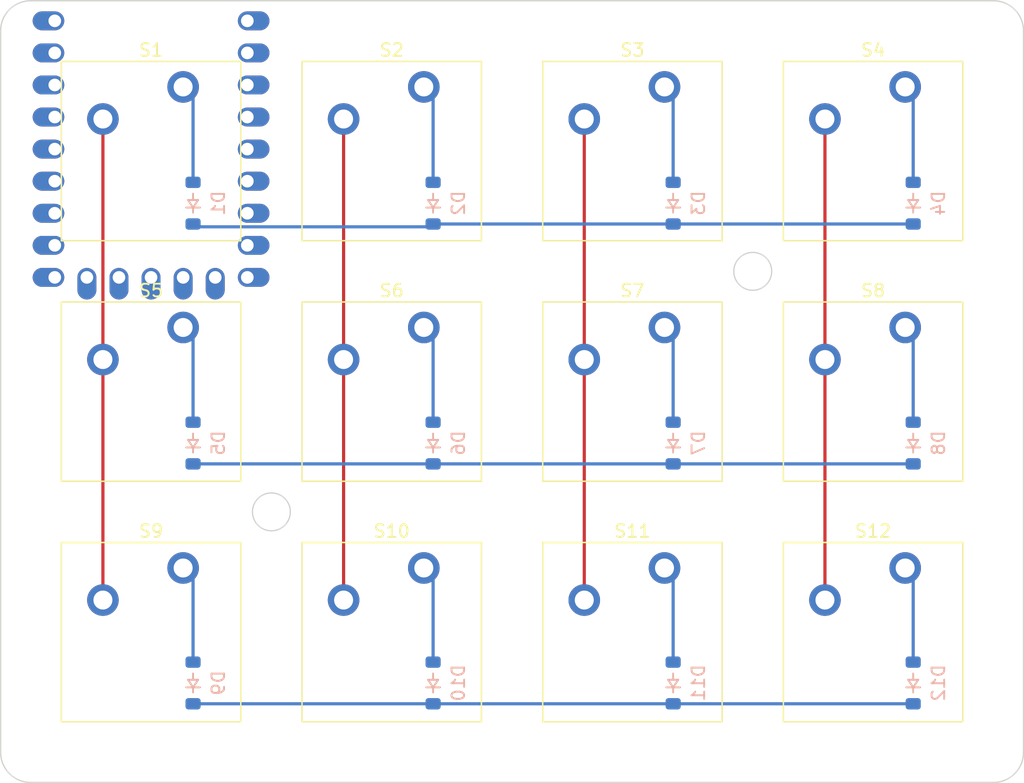
<source format=kicad_pcb>
(kicad_pcb (version 20221018) (generator pcbnew)
  (layers (0 "F.Cu" signal) (31 "B.Cu" signal) (34 "B.Paste" user) (35 "F.Paste" user) (36 "B.SilkS" user "B.Silkscreen") (37 "F.SilkS" user "F.Silkscreen") (38 "B.Mask" user) (39 "F.Mask" user) (44 "Edge.Cuts" user))
  (net 0 "")
  (net 1 "Row 0")
  (net 2 "Net-(D1-A)")
  (net 3 "Net-(D2-A)")
  (net 4 "Net-(D3-A)")
  (net 5 "Net-(D4-A)")
  (net 6 "Row 1")
  (net 7 "Net-(D6-A)")
  (net 8 "Net-(D7-A)")
  (net 23 "Net-(D8-A)")
  (net 24 "Net-(D9-A)")
  (net 25 "Row 2")
  (net 26 "Net-(D11-A)")
  (net 27 "Net-(D12-A)")
  (net 28 "Column 0")
  (net 29 "Column 1")
  (net 30 "Column 2")
  (net 31 "Column 3")
  (net 34 "Net-(D5-A)")
  (net 35 "Net-(D10-A)")
  (footprint "ScottoKeebs_MX:MX_PCB_1.00u" (layer "F.Cu") (at 69.215 49.53)
    (fp_text reference "S7" (at 0 -8) (layer "F.SilkS"))
    (fp_text value "Keyswitch")
    (fp_line (start -7.1 -7.1) (end -7.1 7.1) (stroke (width 0.12)) (layer "F.SilkS"))
    (fp_line (start -7.1 7.1) (end 7.1 7.1) (stroke (width 0.12)) (layer "F.SilkS"))
    (fp_line (start 7.1 -7.1) (end -7.1 -7.1) (stroke (width 0.12)) (layer "F.SilkS"))
    (fp_line (start 7.1 7.1) (end 7.1 -7.1) (stroke (width 0.12)) (layer "F.SilkS"))
    (pad "" np_thru_hole circle (at -5.08 0) (size 1.75 1.75) (drill 1.75) (layers "*.Cu" "*.Mask"))
    (pad "" np_thru_hole circle (at 0 0) (size 4 4) (drill 4) (layers "*.Cu" "*.Mask"))
    (pad "" np_thru_hole circle (at 5.08 0) (size 1.75 1.75) (drill 1.75) (layers "*.Cu" "*.Mask"))
    (pad "1" thru_hole circle (at -3.81 -2.54) (size 2.5 2.5) (drill 1.5) (layers "*.Cu" "*.Mask") (net 30 "Column 2"))
    (pad "2" thru_hole circle (at 2.54 -5.08) (size 2.5 2.5) (drill 1.5) (layers "*.Cu" "*.Mask") (net 8 "Net-(D7-A)"))
  )
  (footprint "ScottoKeebs_MX:MX_PCB_1.00u" (layer "F.Cu") (at 69.215 68.58)
    (fp_text reference "S11" (at 0 -8) (layer "F.SilkS"))
    (fp_text value "Keyswitch")
    (fp_line (start -7.1 -7.1) (end -7.1 7.1) (stroke (width 0.12)) (layer "F.SilkS"))
    (fp_line (start -7.1 7.1) (end 7.1 7.1) (stroke (width 0.12)) (layer "F.SilkS"))
    (fp_line (start 7.1 -7.1) (end -7.1 -7.1) (stroke (width 0.12)) (layer "F.SilkS"))
    (fp_line (start 7.1 7.1) (end 7.1 -7.1) (stroke (width 0.12)) (layer "F.SilkS"))
    (pad "" np_thru_hole circle (at -5.08 0) (size 1.75 1.75) (drill 1.75) (layers "*.Cu" "*.Mask"))
    (pad "" np_thru_hole circle (at 0 0) (size 4 4) (drill 4) (layers "*.Cu" "*.Mask"))
    (pad "" np_thru_hole circle (at 5.08 0) (size 1.75 1.75) (drill 1.75) (layers "*.Cu" "*.Mask"))
    (pad "1" thru_hole circle (at -3.81 -2.54) (size 2.5 2.5) (drill 1.5) (layers "*.Cu" "*.Mask") (net 30 "Column 2"))
    (pad "2" thru_hole circle (at 2.54 -5.08) (size 2.5 2.5) (drill 1.5) (layers "*.Cu" "*.Mask") (net 26 "Net-(D11-A)"))
  )
  (footprint "ScottoKeebs_MX:MX_PCB_1.00u" (layer "F.Cu") (at 50.165 68.58)
    (fp_text reference "S10" (at 0 -8) (layer "F.SilkS"))
    (fp_text value "Keyswitch")
    (fp_line (start -7.1 -7.1) (end -7.1 7.1) (stroke (width 0.12)) (layer "F.SilkS"))
    (fp_line (start -7.1 7.1) (end 7.1 7.1) (stroke (width 0.12)) (layer "F.SilkS"))
    (fp_line (start 7.1 -7.1) (end -7.1 -7.1) (stroke (width 0.12)) (layer "F.SilkS"))
    (fp_line (start 7.1 7.1) (end 7.1 -7.1) (stroke (width 0.12)) (layer "F.SilkS"))
    (pad "" np_thru_hole circle (at -5.08 0) (size 1.75 1.75) (drill 1.75) (layers "*.Cu" "*.Mask"))
    (pad "" np_thru_hole circle (at 0 0) (size 4 4) (drill 4) (layers "*.Cu" "*.Mask"))
    (pad "" np_thru_hole circle (at 5.08 0) (size 1.75 1.75) (drill 1.75) (layers "*.Cu" "*.Mask"))
    (pad "1" thru_hole circle (at -3.81 -2.54) (size 2.5 2.5) (drill 1.5) (layers "*.Cu" "*.Mask") (net 29 "Column 1"))
    (pad "2" thru_hole circle (at 2.54 -5.08) (size 2.5 2.5) (drill 1.5) (layers "*.Cu" "*.Mask") (net 35 "Net-(D10-A)"))
  )
  (footprint "ScottoKeebs_MX:MX_PCB_1.00u" (layer "F.Cu") (at 69.215 30.48)
    (fp_text reference "S3" (at 0 -8) (layer "F.SilkS"))
    (fp_text value "Keyswitch")
    (fp_line (start -7.1 -7.1) (end -7.1 7.1) (stroke (width 0.12)) (layer "F.SilkS"))
    (fp_line (start -7.1 7.1) (end 7.1 7.1) (stroke (width 0.12)) (layer "F.SilkS"))
    (fp_line (start 7.1 -7.1) (end -7.1 -7.1) (stroke (width 0.12)) (layer "F.SilkS"))
    (fp_line (start 7.1 7.1) (end 7.1 -7.1) (stroke (width 0.12)) (layer "F.SilkS"))
    (pad "" np_thru_hole circle (at -5.08 0) (size 1.75 1.75) (drill 1.75) (layers "*.Cu" "*.Mask"))
    (pad "" np_thru_hole circle (at 0 0) (size 4 4) (drill 4) (layers "*.Cu" "*.Mask"))
    (pad "" np_thru_hole circle (at 5.08 0) (size 1.75 1.75) (drill 1.75) (layers "*.Cu" "*.Mask"))
    (pad "1" thru_hole circle (at -3.81 -2.54) (size 2.5 2.5) (drill 1.5) (layers "*.Cu" "*.Mask") (net 30 "Column 2"))
    (pad "2" thru_hole circle (at 2.54 -5.08) (size 2.5 2.5) (drill 1.5) (layers "*.Cu" "*.Mask") (net 4 "Net-(D3-A)"))
  )
  (footprint "ScottoKeebs_MX:MX_Plate_1.00u" (layer "F.Cu") (at 31.115 30.48)
    (fp_text reference "S1" (at 0 -8) (layer "F.SilkS"))
    (fp_text value "Keyswitch")
    (fp_line (start -7.1 -7.1) (end -7.1 7.1) (stroke (width 0.12)) (layer "F.SilkS"))
    (fp_line (start -7.1 7.1) (end 7.1 7.1) (stroke (width 0.12)) (layer "F.SilkS"))
    (fp_line (start 7.1 -7.1) (end -7.1 -7.1) (stroke (width 0.12)) (layer "F.SilkS"))
    (fp_line (start 7.1 7.1) (end 7.1 -7.1) (stroke (width 0.12)) (layer "F.SilkS"))
    (pad "" np_thru_hole circle (at 0 0) (size 4 4) (drill 4) (layers "*.Cu" "*.Mask"))
    (pad "1" thru_hole circle (at -3.81 -2.54) (size 2.5 2.5) (drill 1.5) (layers "*.Cu" "*.Mask") (net 28 "Column 0"))
    (pad "2" thru_hole circle (at 2.54 -5.08) (size 2.5 2.5) (drill 1.5) (layers "*.Cu" "*.Mask") (net 2 "Net-(D1-A)"))
  )
  (footprint "ScottoKeebs_MX:MX_PCB_1.00u" (layer "F.Cu") (at 88.265 68.58)
    (fp_text reference "S12" (at 0 -8) (layer "F.SilkS"))
    (fp_text value "Keyswitch")
    (fp_line (start -7.1 -7.1) (end -7.1 7.1) (stroke (width 0.12)) (layer "F.SilkS"))
    (fp_line (start -7.1 7.1) (end 7.1 7.1) (stroke (width 0.12)) (layer "F.SilkS"))
    (fp_line (start 7.1 -7.1) (end -7.1 -7.1) (stroke (width 0.12)) (layer "F.SilkS"))
    (fp_line (start 7.1 7.1) (end 7.1 -7.1) (stroke (width 0.12)) (layer "F.SilkS"))
    (pad "" np_thru_hole circle (at -5.08 0) (size 1.75 1.75) (drill 1.75) (layers "*.Cu" "*.Mask"))
    (pad "" np_thru_hole circle (at 0 0) (size 4 4) (drill 4) (layers "*.Cu" "*.Mask"))
    (pad "" np_thru_hole circle (at 5.08 0) (size 1.75 1.75) (drill 1.75) (layers "*.Cu" "*.Mask"))
    (pad "1" thru_hole circle (at -3.81 -2.54) (size 2.5 2.5) (drill 1.5) (layers "*.Cu" "*.Mask") (net 31 "Column 3"))
    (pad "2" thru_hole circle (at 2.54 -5.08) (size 2.5 2.5) (drill 1.5) (layers "*.Cu" "*.Mask") (net 27 "Net-(D12-A)"))
  )
  (footprint "ScottoKeebs_MX:MX_PCB_1.00u" (layer "F.Cu") (at 50.165 49.53)
    (fp_text reference "S6" (at 0 -8) (layer "F.SilkS"))
    (fp_text value "Keyswitch")
    (fp_line (start -7.1 -7.1) (end -7.1 7.1) (stroke (width 0.12)) (layer "F.SilkS"))
    (fp_line (start -7.1 7.1) (end 7.1 7.1) (stroke (width 0.12)) (layer "F.SilkS"))
    (fp_line (start 7.1 -7.1) (end -7.1 -7.1) (stroke (width 0.12)) (layer "F.SilkS"))
    (fp_line (start 7.1 7.1) (end 7.1 -7.1) (stroke (width 0.12)) (layer "F.SilkS"))
    (pad "" np_thru_hole circle (at -5.08 0) (size 1.75 1.75) (drill 1.75) (layers "*.Cu" "*.Mask"))
    (pad "" np_thru_hole circle (at 0 0) (size 4 4) (drill 4) (layers "*.Cu" "*.Mask"))
    (pad "" np_thru_hole circle (at 5.08 0) (size 1.75 1.75) (drill 1.75) (layers "*.Cu" "*.Mask"))
    (pad "1" thru_hole circle (at -3.81 -2.54) (size 2.5 2.5) (drill 1.5) (layers "*.Cu" "*.Mask") (net 29 "Column 1"))
    (pad "2" thru_hole circle (at 2.54 -5.08) (size 2.5 2.5) (drill 1.5) (layers "*.Cu" "*.Mask") (net 7 "Net-(D6-A)"))
  )
  (footprint "ScottoKeebs_MX:MX_PCB_1.00u" (layer "F.Cu") (at 50.165 30.48)
    (fp_text reference "S2" (at 0 -8) (layer "F.SilkS"))
    (fp_text value "Keyswitch")
    (fp_line (start -7.1 -7.1) (end -7.1 7.1) (stroke (width 0.12)) (layer "F.SilkS"))
    (fp_line (start -7.1 7.1) (end 7.1 7.1) (stroke (width 0.12)) (layer "F.SilkS"))
    (fp_line (start 7.1 -7.1) (end -7.1 -7.1) (stroke (width 0.12)) (layer "F.SilkS"))
    (fp_line (start 7.1 7.1) (end 7.1 -7.1) (stroke (width 0.12)) (layer "F.SilkS"))
    (pad "" np_thru_hole circle (at -5.08 0) (size 1.75 1.75) (drill 1.75) (layers "*.Cu" "*.Mask"))
    (pad "" np_thru_hole circle (at 0 0) (size 4 4) (drill 4) (layers "*.Cu" "*.Mask"))
    (pad "" np_thru_hole circle (at 5.08 0) (size 1.75 1.75) (drill 1.75) (layers "*.Cu" "*.Mask"))
    (pad "1" thru_hole circle (at -3.81 -2.54) (size 2.5 2.5) (drill 1.5) (layers "*.Cu" "*.Mask") (net 29 "Column 1"))
    (pad "2" thru_hole circle (at 2.54 -5.08) (size 2.5 2.5) (drill 1.5) (layers "*.Cu" "*.Mask") (net 3 "Net-(D2-A)"))
  )
  (footprint "ScottoKeebs_MX:MX_PCB_1.00u" (layer "F.Cu") (at 31.115 68.58)
    (fp_text reference "S9" (at 0 -8) (layer "F.SilkS"))
    (fp_text value "Keyswitch")
    (fp_line (start -7.1 -7.1) (end -7.1 7.1) (stroke (width 0.12)) (layer "F.SilkS"))
    (fp_line (start -7.1 7.1) (end 7.1 7.1) (stroke (width 0.12)) (layer "F.SilkS"))
    (fp_line (start 7.1 -7.1) (end -7.1 -7.1) (stroke (width 0.12)) (layer "F.SilkS"))
    (fp_line (start 7.1 7.1) (end 7.1 -7.1) (stroke (width 0.12)) (layer "F.SilkS"))
    (pad "" np_thru_hole circle (at -5.08 0) (size 1.75 1.75) (drill 1.75) (layers "*.Cu" "*.Mask"))
    (pad "" np_thru_hole circle (at 0 0) (size 4 4) (drill 4) (layers "*.Cu" "*.Mask"))
    (pad "" np_thru_hole circle (at 5.08 0) (size 1.75 1.75) (drill 1.75) (layers "*.Cu" "*.Mask"))
    (pad "1" thru_hole circle (at -3.81 -2.54) (size 2.5 2.5) (drill 1.5) (layers "*.Cu" "*.Mask") (net 28 "Column 0"))
    (pad "2" thru_hole circle (at 2.54 -5.08) (size 2.5 2.5) (drill 1.5) (layers "*.Cu" "*.Mask") (net 24 "Net-(D9-A)"))
  )
  (footprint "ScottoKeebs_MX:MX_PCB_1.00u" (layer "F.Cu") (at 88.265 49.53)
    (fp_text reference "S8" (at 0 -8) (layer "F.SilkS"))
    (fp_text value "Keyswitch")
    (fp_line (start -7.1 -7.1) (end -7.1 7.1) (stroke (width 0.12)) (layer "F.SilkS"))
    (fp_line (start -7.1 7.1) (end 7.1 7.1) (stroke (width 0.12)) (layer "F.SilkS"))
    (fp_line (start 7.1 -7.1) (end -7.1 -7.1) (stroke (width 0.12)) (layer "F.SilkS"))
    (fp_line (start 7.1 7.1) (end 7.1 -7.1) (stroke (width 0.12)) (layer "F.SilkS"))
    (pad "" np_thru_hole circle (at -5.08 0) (size 1.75 1.75) (drill 1.75) (layers "*.Cu" "*.Mask"))
    (pad "" np_thru_hole circle (at 0 0) (size 4 4) (drill 4) (layers "*.Cu" "*.Mask"))
    (pad "" np_thru_hole circle (at 5.08 0) (size 1.75 1.75) (drill 1.75) (layers "*.Cu" "*.Mask"))
    (pad "1" thru_hole circle (at -3.81 -2.54) (size 2.5 2.5) (drill 1.5) (layers "*.Cu" "*.Mask") (net 31 "Column 3"))
    (pad "2" thru_hole circle (at 2.54 -5.08) (size 2.5 2.5) (drill 1.5) (layers "*.Cu" "*.Mask") (net 23 "Net-(D8-A)"))
  )
  (footprint "ScottoKeebs_MX:MX_PCB_1.00u" (layer "F.Cu") (at 88.265 30.48)
    (fp_text reference "S4" (at 0 -8) (layer "F.SilkS"))
    (fp_text value "Keyswitch")
    (fp_line (start -7.1 -7.1) (end -7.1 7.1) (stroke (width 0.12)) (layer "F.SilkS"))
    (fp_line (start -7.1 7.1) (end 7.1 7.1) (stroke (width 0.12)) (layer "F.SilkS"))
    (fp_line (start 7.1 -7.1) (end -7.1 -7.1) (stroke (width 0.12)) (layer "F.SilkS"))
    (fp_line (start 7.1 7.1) (end 7.1 -7.1) (stroke (width 0.12)) (layer "F.SilkS"))
    (pad "" np_thru_hole circle (at -5.08 0) (size 1.75 1.75) (drill 1.75) (layers "*.Cu" "*.Mask"))
    (pad "" np_thru_hole circle (at 0 0) (size 4 4) (drill 4) (layers "*.Cu" "*.Mask"))
    (pad "" np_thru_hole circle (at 5.08 0) (size 1.75 1.75) (drill 1.75) (layers "*.Cu" "*.Mask"))
    (pad "1" thru_hole circle (at -3.81 -2.54) (size 2.5 2.5) (drill 1.5) (layers "*.Cu" "*.Mask") (net 31 "Column 3"))
    (pad "2" thru_hole circle (at 2.54 -5.08) (size 2.5 2.5) (drill 1.5) (layers "*.Cu" "*.Mask") (net 5 "Net-(D4-A)"))
  )
  (footprint "ScottoKeebs_MX:MX_PCB_1.00u" (layer "F.Cu") (at 31.115 49.53)
    (fp_text reference "S5" (at 0 -8) (layer "F.SilkS"))
    (fp_text value "Keyswitch")
    (fp_line (start -7.1 -7.1) (end -7.1 7.1) (stroke (width 0.12)) (layer "F.SilkS"))
    (fp_line (start -7.1 7.1) (end 7.1 7.1) (stroke (width 0.12)) (layer "F.SilkS"))
    (fp_line (start 7.1 -7.1) (end -7.1 -7.1) (stroke (width 0.12)) (layer "F.SilkS"))
    (fp_line (start 7.1 7.1) (end 7.1 -7.1) (stroke (width 0.12)) (layer "F.SilkS"))
    (pad "" np_thru_hole circle (at -5.08 0) (size 1.75 1.75) (drill 1.75) (layers "*.Cu" "*.Mask"))
    (pad "" np_thru_hole circle (at 0 0) (size 4 4) (drill 4) (layers "*.Cu" "*.Mask"))
    (pad "" np_thru_hole circle (at 5.08 0) (size 1.75 1.75) (drill 1.75) (layers "*.Cu" "*.Mask"))
    (pad "1" thru_hole circle (at -3.81 -2.54) (size 2.5 2.5) (drill 1.5) (layers "*.Cu" "*.Mask") (net 28 "Column 0"))
    (pad "2" thru_hole circle (at 2.54 -5.08) (size 2.5 2.5) (drill 1.5) (layers "*.Cu" "*.Mask") (net 34 "Net-(D5-A)"))
  )
  (footprint "ScottoKeebs_Components:Diode_SOD-123" (layer "B.Cu") (at 34.44 72.605 90)
    (fp_text reference "D9" (at 0 2 90) (layer "B.SilkS") (effects (justify mirror)))
    (fp_text value "Diode")
    (fp_line (start -0.75 0) (end -0.35 0) (stroke (width 0.15)) (layer "B.SilkS"))
    (fp_line (start -0.35 0) (end -0.35 -0.55) (stroke (width 0.15)) (layer "B.SilkS"))
    (fp_line (start -0.35 0) (end -0.35 0.55) (stroke (width 0.15)) (layer "B.SilkS"))
    (fp_line (start -0.35 0) (end 0.25 0.4) (stroke (width 0.15)) (layer "B.SilkS"))
    (fp_line (start 0.25 -0.4) (end -0.35 0) (stroke (width 0.15)) (layer "B.SilkS"))
    (fp_line (start 0.25 0) (end 0.75 0) (stroke (width 0.15)) (layer "B.SilkS"))
    (fp_line (start 0.25 0.4) (end 0.25 -0.4) (stroke (width 0.15)) (layer "B.SilkS"))
    (pad "1" smd roundrect (at -1.65 0 90) (size 0.9 1.2) (layers "B.Cu" "B.Paste" "B.Mask") (net 25 "Row 2"))
    (pad "2" smd roundrect (at 1.65 0 90) (size 0.9 1.2) (layers "B.Cu" "B.Paste" "B.Mask") (net 24 "Net-(D9-A)"))
  )
  (footprint "ScottoKeebs_Components:Diode_SOD-123" (layer "B.Cu") (at 34.44 53.605 90)
    (fp_text reference "D5" (at 0 2 90) (layer "B.SilkS") (effects (justify mirror)))
    (fp_text value "Diode")
    (fp_line (start -0.75 0) (end -0.35 0) (stroke (width 0.15)) (layer "B.SilkS"))
    (fp_line (start -0.35 0) (end -0.35 -0.55) (stroke (width 0.15)) (layer "B.SilkS"))
    (fp_line (start -0.35 0) (end -0.35 0.55) (stroke (width 0.15)) (layer "B.SilkS"))
    (fp_line (start -0.35 0) (end 0.25 0.4) (stroke (width 0.15)) (layer "B.SilkS"))
    (fp_line (start 0.25 -0.4) (end -0.35 0) (stroke (width 0.15)) (layer "B.SilkS"))
    (fp_line (start 0.25 0) (end 0.75 0) (stroke (width 0.15)) (layer "B.SilkS"))
    (fp_line (start 0.25 0.4) (end 0.25 -0.4) (stroke (width 0.15)) (layer "B.SilkS"))
    (pad "1" smd roundrect (at -1.65 0 90) (size 0.9 1.2) (layers "B.Cu" "B.Paste" "B.Mask") (net 6 "Row 1"))
    (pad "2" smd roundrect (at 1.65 0 90) (size 0.9 1.2) (layers "B.Cu" "B.Paste" "B.Mask") (net 34 "Net-(D5-A)"))
  )
  (footprint "ScottoKeebs_Components:Diode_SOD-123" (layer "B.Cu") (at 91.44 72.605 90)
    (fp_text reference "D12" (at 0 2 90) (layer "B.SilkS") (effects (justify mirror)))
    (fp_text value "Diode")
    (fp_line (start -0.75 0) (end -0.35 0) (stroke (width 0.15)) (layer "B.SilkS"))
    (fp_line (start -0.35 0) (end -0.35 -0.55) (stroke (width 0.15)) (layer "B.SilkS"))
    (fp_line (start -0.35 0) (end -0.35 0.55) (stroke (width 0.15)) (layer "B.SilkS"))
    (fp_line (start -0.35 0) (end 0.25 0.4) (stroke (width 0.15)) (layer "B.SilkS"))
    (fp_line (start 0.25 -0.4) (end -0.35 0) (stroke (width 0.15)) (layer "B.SilkS"))
    (fp_line (start 0.25 0) (end 0.75 0) (stroke (width 0.15)) (layer "B.SilkS"))
    (fp_line (start 0.25 0.4) (end 0.25 -0.4) (stroke (width 0.15)) (layer "B.SilkS"))
    (pad "1" smd roundrect (at -1.65 0 90) (size 0.9 1.2) (layers "B.Cu" "B.Paste" "B.Mask") (net 25 "Row 2"))
    (pad "2" smd roundrect (at 1.65 0 90) (size 0.9 1.2) (layers "B.Cu" "B.Paste" "B.Mask") (net 27 "Net-(D12-A)"))
  )
  (footprint "ScottoKeebs_Components:Diode_SOD-123" (layer "B.Cu") (at 53.44 34.605 90)
    (fp_text reference "D2" (at 0 2 90) (layer "B.SilkS") (effects (justify mirror)))
    (fp_text value "Diode")
    (fp_line (start -0.75 0) (end -0.35 0) (stroke (width 0.15)) (layer "B.SilkS"))
    (fp_line (start -0.35 0) (end -0.35 -0.55) (stroke (width 0.15)) (layer "B.SilkS"))
    (fp_line (start -0.35 0) (end -0.35 0.55) (stroke (width 0.15)) (layer "B.SilkS"))
    (fp_line (start -0.35 0) (end 0.25 0.4) (stroke (width 0.15)) (layer "B.SilkS"))
    (fp_line (start 0.25 -0.4) (end -0.35 0) (stroke (width 0.15)) (layer "B.SilkS"))
    (fp_line (start 0.25 0) (end 0.75 0) (stroke (width 0.15)) (layer "B.SilkS"))
    (fp_line (start 0.25 0.4) (end 0.25 -0.4) (stroke (width 0.15)) (layer "B.SilkS"))
    (pad "1" smd roundrect (at -1.65 0 90) (size 0.9 1.2) (layers "B.Cu" "B.Paste" "B.Mask") (net 1 "Row 0"))
    (pad "2" smd roundrect (at 1.65 0 90) (size 0.9 1.2) (layers "B.Cu" "B.Paste" "B.Mask") (net 3 "Net-(D2-A)"))
  )
  (footprint "ScottoKeebs_Components:Diode_SOD-123" (layer "B.Cu") (at 72.44 72.605 90)
    (fp_text reference "D11" (at 0 2 90) (layer "B.SilkS") (effects (justify mirror)))
    (fp_text value "Diode")
    (fp_line (start -0.75 0) (end -0.35 0) (stroke (width 0.15)) (layer "B.SilkS"))
    (fp_line (start -0.35 0) (end -0.35 -0.55) (stroke (width 0.15)) (layer "B.SilkS"))
    (fp_line (start -0.35 0) (end -0.35 0.55) (stroke (width 0.15)) (layer "B.SilkS"))
    (fp_line (start -0.35 0) (end 0.25 0.4) (stroke (width 0.15)) (layer "B.SilkS"))
    (fp_line (start 0.25 -0.4) (end -0.35 0) (stroke (width 0.15)) (layer "B.SilkS"))
    (fp_line (start 0.25 0) (end 0.75 0) (stroke (width 0.15)) (layer "B.SilkS"))
    (fp_line (start 0.25 0.4) (end 0.25 -0.4) (stroke (width 0.15)) (layer "B.SilkS"))
    (pad "1" smd roundrect (at -1.65 0 90) (size 0.9 1.2) (layers "B.Cu" "B.Paste" "B.Mask") (net 25 "Row 2"))
    (pad "2" smd roundrect (at 1.65 0 90) (size 0.9 1.2) (layers "B.Cu" "B.Paste" "B.Mask") (net 26 "Net-(D11-A)"))
  )
  (footprint "ScottoKeebs_Components:Diode_SOD-123" (layer "B.Cu") (at 91.44 53.605 90)
    (fp_text reference "D8" (at 0 2 90) (layer "B.SilkS") (effects (justify mirror)))
    (fp_text value "Diode")
    (fp_line (start -0.75 0) (end -0.35 0) (stroke (width 0.15)) (layer "B.SilkS"))
    (fp_line (start -0.35 0) (end -0.35 -0.55) (stroke (width 0.15)) (layer "B.SilkS"))
    (fp_line (start -0.35 0) (end -0.35 0.55) (stroke (width 0.15)) (layer "B.SilkS"))
    (fp_line (start -0.35 0) (end 0.25 0.4) (stroke (width 0.15)) (layer "B.SilkS"))
    (fp_line (start 0.25 -0.4) (end -0.35 0) (stroke (width 0.15)) (layer "B.SilkS"))
    (fp_line (start 0.25 0) (end 0.75 0) (stroke (width 0.15)) (layer "B.SilkS"))
    (fp_line (start 0.25 0.4) (end 0.25 -0.4) (stroke (width 0.15)) (layer "B.SilkS"))
    (pad "1" smd roundrect (at -1.65 0 90) (size 0.9 1.2) (layers "B.Cu" "B.Paste" "B.Mask") (net 6 "Row 1"))
    (pad "2" smd roundrect (at 1.65 0 90) (size 0.9 1.2) (layers "B.Cu" "B.Paste" "B.Mask") (net 23 "Net-(D8-A)"))
  )
  (footprint "ScottoKeebs_Components:Diode_SOD-123" (layer "B.Cu") (at 53.44 72.605 90)
    (fp_text reference "D10" (at 0 2 90) (layer "B.SilkS") (effects (justify mirror)))
    (fp_text value "Diode")
    (fp_line (start -0.75 0) (end -0.35 0) (stroke (width 0.15)) (layer "B.SilkS"))
    (fp_line (start -0.35 0) (end -0.35 -0.55) (stroke (width 0.15)) (layer "B.SilkS"))
    (fp_line (start -0.35 0) (end -0.35 0.55) (stroke (width 0.15)) (layer "B.SilkS"))
    (fp_line (start -0.35 0) (end 0.25 0.4) (stroke (width 0.15)) (layer "B.SilkS"))
    (fp_line (start 0.25 -0.4) (end -0.35 0) (stroke (width 0.15)) (layer "B.SilkS"))
    (fp_line (start 0.25 0) (end 0.75 0) (stroke (width 0.15)) (layer "B.SilkS"))
    (fp_line (start 0.25 0.4) (end 0.25 -0.4) (stroke (width 0.15)) (layer "B.SilkS"))
    (pad "1" smd roundrect (at -1.65 0 90) (size 0.9 1.2) (layers "B.Cu" "B.Paste" "B.Mask") (net 25 "Row 2"))
    (pad "2" smd roundrect (at 1.65 0 90) (size 0.9 1.2) (layers "B.Cu" "B.Paste" "B.Mask") (net 35 "Net-(D10-A)"))
  )
  (footprint "ScottoKeebs_Components:Diode_SOD-123" (layer "B.Cu") (at 72.44 53.605 90)
    (fp_text reference "D7" (at 0 2 90) (layer "B.SilkS") (effects (justify mirror)))
    (fp_text value "Diode")
    (fp_line (start -0.75 0) (end -0.35 0) (stroke (width 0.15)) (layer "B.SilkS"))
    (fp_line (start -0.35 0) (end -0.35 -0.55) (stroke (width 0.15)) (layer "B.SilkS"))
    (fp_line (start -0.35 0) (end -0.35 0.55) (stroke (width 0.15)) (layer "B.SilkS"))
    (fp_line (start -0.35 0) (end 0.25 0.4) (stroke (width 0.15)) (layer "B.SilkS"))
    (fp_line (start 0.25 -0.4) (end -0.35 0) (stroke (width 0.15)) (layer "B.SilkS"))
    (fp_line (start 0.25 0) (end 0.75 0) (stroke (width 0.15)) (layer "B.SilkS"))
    (fp_line (start 0.25 0.4) (end 0.25 -0.4) (stroke (width 0.15)) (layer "B.SilkS"))
    (pad "1" smd roundrect (at -1.65 0 90) (size 0.9 1.2) (layers "B.Cu" "B.Paste" "B.Mask") (net 6 "Row 1"))
    (pad "2" smd roundrect (at 1.65 0 90) (size 0.9 1.2) (layers "B.Cu" "B.Paste" "B.Mask") (net 8 "Net-(D7-A)"))
  )
  (footprint "ScottoKeebs_MCU:RP2040_Zero" (layer "B.Cu") (at 31.115 30.32375 180)
    (fp_text reference "U1" hide)
    (fp_text value "RP2040_Zero" hide)
    (pad "1" thru_hole oval (at 7.62 10.16) (size 2.5 1.5) (drill 1 (offset -0.5 0)) (layers "*.Cu" "*.Mask") (net 28 "Column 0"))
    (pad "2" thru_hole oval (at 7.62 7.62) (size 2.5 1.5) (drill 1 (offset -0.5 0)) (layers "*.Cu" "*.Mask") (net 29 "Column 1"))
    (pad "3" thru_hole oval (at 7.62 5.08) (size 2.5 1.5) (drill 1 (offset -0.5 0)) (layers "*.Cu" "*.Mask") (net 30 "Column 2"))
    (pad "4" thru_hole oval (at 7.62 2.54) (size 2.5 1.5) (drill 1 (offset -0.5 0)) (layers "*.Cu" "*.Mask") (net 31 "Column 3"))
    (pad "5" thru_hole oval (at 7.62 0) (size 2.5 1.5) (drill 1 (offset -0.5 0)) (layers "*.Cu" "*.Mask") (net 1 "Row 0"))
    (pad "6" thru_hole oval (at 7.62 -2.54) (size 2.5 1.5) (drill 1 (offset -0.5 0)) (layers "*.Cu" "*.Mask") (net 6 "Row 1"))
    (pad "7" thru_hole oval (at 7.62 -5.08) (size 2.5 1.5) (drill 1 (offset -0.5 0)) (layers "*.Cu" "*.Mask") (net 25 "Row 2"))
    (pad "8" thru_hole oval (at 7.62 -7.62) (size 2.5 1.5) (drill 1 (offset -0.5 0)) (layers "*.Cu" "*.Mask"))
    (pad "9" thru_hole oval (at 7.62 -10.16) (size 2.5 1.5) (drill 1 (offset -0.5 0)) (layers "*.Cu" "*.Mask"))
    (pad "10" thru_hole oval (at 5.08 -10.16 90) (size 2.5 1.5) (drill 1 (offset -0.5 0)) (layers "*.Cu" "*.Mask"))
    (pad "11" thru_hole oval (at 2.54 -10.16 90) (size 2.5 1.5) (drill 1 (offset -0.5 0)) (layers "*.Cu" "*.Mask"))
    (pad "12" thru_hole oval (at 0 -10.16 90) (size 2.5 1.5) (drill 1 (offset -0.5 0)) (layers "*.Cu" "*.Mask"))
    (pad "13" thru_hole oval (at -2.54 -10.16 90) (size 2.5 1.5) (drill 1 (offset -0.5 0)) (layers "*.Cu" "*.Mask"))
    (pad "14" thru_hole oval (at -5.08 -10.16 90) (size 2.5 1.5) (drill 1 (offset -0.5 0)) (layers "*.Cu" "*.Mask"))
    (pad "15" thru_hole oval (at -7.62 -10.16 180) (size 2.5 1.5) (drill 1 (offset -0.5 0)) (layers "*.Cu" "*.Mask"))
    (pad "16" thru_hole oval (at -7.62 -7.62 180) (size 2.5 1.5) (drill 1 (offset -0.5 0)) (layers "*.Cu" "*.Mask"))
    (pad "17" thru_hole oval (at -7.62 -5.08 180) (size 2.5 1.5) (drill 1 (offset -0.5 0)) (layers "*.Cu" "*.Mask"))
    (pad "18" thru_hole oval (at -7.62 -2.54 180) (size 2.5 1.5) (drill 1 (offset -0.5 0)) (layers "*.Cu" "*.Mask"))
    (pad "19" thru_hole oval (at -7.62 0 180) (size 2.5 1.5) (drill 1 (offset -0.5 0)) (layers "*.Cu" "*.Mask"))
    (pad "20" thru_hole oval (at -7.62 2.54 180) (size 2.5 1.5) (drill 1 (offset -0.5 0)) (layers "*.Cu" "*.Mask"))
    (pad "21" thru_hole oval (at -7.62 5.08 180) (size 2.5 1.5) (drill 1 (offset -0.5 0)) (layers "*.Cu" "*.Mask"))
    (pad "22" thru_hole oval (at -7.62 7.62 180) (size 2.5 1.5) (drill 1 (offset -0.5 0)) (layers "*.Cu" "*.Mask"))
    (pad "23" thru_hole oval (at -7.62 10.16 180) (size 2.5 1.5) (drill 1 (offset -0.5 0)) (layers "*.Cu" "*.Mask"))
  )
  (footprint "ScottoKeebs_Components:Diode_SOD-123" (layer "B.Cu") (at 72.44 34.605 90)
    (fp_text reference "D3" (at 0 2 90) (layer "B.SilkS") (effects (justify mirror)))
    (fp_text value "Diode")
    (fp_line (start -0.75 0) (end -0.35 0) (stroke (width 0.15)) (layer "B.SilkS"))
    (fp_line (start -0.35 0) (end -0.35 -0.55) (stroke (width 0.15)) (layer "B.SilkS"))
    (fp_line (start -0.35 0) (end -0.35 0.55) (stroke (width 0.15)) (layer "B.SilkS"))
    (fp_line (start -0.35 0) (end 0.25 0.4) (stroke (width 0.15)) (layer "B.SilkS"))
    (fp_line (start 0.25 -0.4) (end -0.35 0) (stroke (width 0.15)) (layer "B.SilkS"))
    (fp_line (start 0.25 0) (end 0.75 0) (stroke (width 0.15)) (layer "B.SilkS"))
    (fp_line (start 0.25 0.4) (end 0.25 -0.4) (stroke (width 0.15)) (layer "B.SilkS"))
    (pad "1" smd roundrect (at -1.65 0 90) (size 0.9 1.2) (layers "B.Cu" "B.Paste" "B.Mask") (net 1 "Row 0"))
    (pad "2" smd roundrect (at 1.65 0 90) (size 0.9 1.2) (layers "B.Cu" "B.Paste" "B.Mask") (net 4 "Net-(D3-A)"))
  )
  (footprint "ScottoKeebs_Components:Diode_SOD-123" (layer "B.Cu") (at 53.44 53.605 90)
    (fp_text reference "D6" (at 0 2 90) (layer "B.SilkS") (effects (justify mirror)))
    (fp_text value "Diode")
    (fp_line (start -0.75 0) (end -0.35 0) (stroke (width 0.15)) (layer "B.SilkS"))
    (fp_line (start -0.35 0) (end -0.35 -0.55) (stroke (width 0.15)) (layer "B.SilkS"))
    (fp_line (start -0.35 0) (end -0.35 0.55) (stroke (width 0.15)) (layer "B.SilkS"))
    (fp_line (start -0.35 0) (end 0.25 0.4) (stroke (width 0.15)) (layer "B.SilkS"))
    (fp_line (start 0.25 -0.4) (end -0.35 0) (stroke (width 0.15)) (layer "B.SilkS"))
    (fp_line (start 0.25 0) (end 0.75 0) (stroke (width 0.15)) (layer "B.SilkS"))
    (fp_line (start 0.25 0.4) (end 0.25 -0.4) (stroke (width 0.15)) (layer "B.SilkS"))
    (pad "1" smd roundrect (at -1.65 0 90) (size 0.9 1.2) (layers "B.Cu" "B.Paste" "B.Mask") (net 6 "Row 1"))
    (pad "2" smd roundrect (at 1.65 0 90) (size 0.9 1.2) (layers "B.Cu" "B.Paste" "B.Mask") (net 7 "Net-(D6-A)"))
  )
  (footprint "ScottoKeebs_Components:Diode_SOD-123" (layer "B.Cu") (at 34.44 34.605 90)
    (fp_text reference "D1" (at 0 2 90) (layer "B.SilkS") (effects (justify mirror)))
    (fp_text value "Diode")
    (fp_line (start -0.75 0) (end -0.35 0) (stroke (width 0.15)) (layer "B.SilkS"))
    (fp_line (start -0.35 0) (end -0.35 -0.55) (stroke (width 0.15)) (layer "B.SilkS"))
    (fp_line (start -0.35 0) (end -0.35 0.55) (stroke (width 0.15)) (layer "B.SilkS"))
    (fp_line (start -0.35 0) (end 0.25 0.4) (stroke (width 0.15)) (layer "B.SilkS"))
    (fp_line (start 0.25 -0.4) (end -0.35 0) (stroke (width 0.15)) (layer "B.SilkS"))
    (fp_line (start 0.25 0) (end 0.75 0) (stroke (width 0.15)) (layer "B.SilkS"))
    (fp_line (start 0.25 0.4) (end 0.25 -0.4) (stroke (width 0.15)) (layer "B.SilkS"))
    (pad "1" smd roundrect (at -1.65 0 90) (size 0.9 1.2) (layers "B.Cu" "B.Paste" "B.Mask") (net 1 "Row 0"))
    (pad "2" smd roundrect (at 1.65 0 90) (size 0.9 1.2) (layers "B.Cu" "B.Paste" "B.Mask") (net 2 "Net-(D1-A)"))
  )
  (footprint "ScottoKeebs_Components:Diode_SOD-123" (layer "B.Cu") (at 91.44 34.605 90)
    (fp_text reference "D4" (at 0 2 90) (layer "B.SilkS") (effects (justify mirror)))
    (fp_text value "Diode")
    (fp_line (start -0.75 0) (end -0.35 0) (stroke (width 0.15)) (layer "B.SilkS"))
    (fp_line (start -0.35 0) (end -0.35 -0.55) (stroke (width 0.15)) (layer "B.SilkS"))
    (fp_line (start -0.35 0) (end -0.35 0.55) (stroke (width 0.15)) (layer "B.SilkS"))
    (fp_line (start -0.35 0) (end 0.25 0.4) (stroke (width 0.15)) (layer "B.SilkS"))
    (fp_line (start 0.25 -0.4) (end -0.35 0) (stroke (width 0.15)) (layer "B.SilkS"))
    (fp_line (start 0.25 0) (end 0.75 0) (stroke (width 0.15)) (layer "B.SilkS"))
    (fp_line (start 0.25 0.4) (end 0.25 -0.4) (stroke (width 0.15)) (layer "B.SilkS"))
    (pad "1" smd roundrect (at -1.65 0 90) (size 0.9 1.2) (layers "B.Cu" "B.Paste" "B.Mask") (net 1 "Row 0"))
    (pad "2" smd roundrect (at 1.65 0 90) (size 0.9 1.2) (layers "B.Cu" "B.Paste" "B.Mask") (net 5 "Net-(D4-A)"))
  )
  (gr_line (start 97.79 80.48625) (end 21.59 80.48625) (stroke (width 0.1)) (layer "Edge.Cuts"))
  (gr_arc (start 97.79 18.57375) (mid 99.473798 19.271202) (end 100.17125 20.955) (stroke (width 0.1)) (layer "Edge.Cuts"))
  (gr_circle (center 40.64 59.055) (end 42.14 59.055) (stroke (width 0.1)) (fill none) (layer "Edge.Cuts"))
  (gr_line (start 21.59 18.57375) (end 97.79 18.57375) (stroke (width 0.1)) (layer "Edge.Cuts"))
  (gr_arc (start 21.59 80.48625) (mid 19.906202 79.788798) (end 19.20875 78.105) (stroke (width 0.1)) (layer "Edge.Cuts"))
  (gr_arc (start 100.17125 78.105) (mid 99.473798 79.788798) (end 97.79 80.48625) (stroke (width 0.1)) (layer "Edge.Cuts"))
  (gr_arc (start 19.20875 20.955) (mid 19.906202 19.271202) (end 21.59 18.57375) (stroke (width 0.1)) (layer "Edge.Cuts"))
  (gr_line (start 100.17125 20.955) (end 100.17125 78.105) (stroke (width 0.1)) (layer "Edge.Cuts"))
  (gr_circle (center 78.74 40.005) (end 80.24 40.005) (stroke (width 0.1)) (fill none) (layer "Edge.Cuts"))
  (gr_line (start 19.20875 78.105) (end 19.20875 20.955) (stroke (width 0.1)) (layer "Edge.Cuts"))
  (segment (start 91.44 36.255) (end 72.44 36.255) (width 0.25) (layer "B.Cu") (net 1))
  (segment (start 72.44 36.255) (end 53.44 36.255) (width 0.25) (layer "B.Cu") (net 1))
  (segment (start 34.66375 36.47875) (end 53.21625 36.47875) (width 0.25) (layer "B.Cu") (net 1))
  (segment (start 53.21625 36.47875) (end 53.44 36.255) (width 0.25) (layer "B.Cu") (net 1))
  (segment (start 34.44 36.255) (end 34.66375 36.47875) (width 0.25) (layer "B.Cu") (net 1))
  (segment (start 34.44 26.185) (end 33.655 25.4) (width 0.25) (layer "B.Cu") (net 2))
  (segment (start 34.44 32.955) (end 34.44 26.185) (width 0.25) (layer "B.Cu") (net 2))
  (segment (start 53.44 32.955) (end 53.44 26.135) (width 0.25) (layer "B.Cu") (net 3))
  (segment (start 53.44 26.135) (end 52.705 25.4) (width 0.25) (layer "B.Cu") (net 3))
  (segment (start 72.44 32.955) (end 72.44 26.085) (width 0.25) (layer "B.Cu") (net 4))
  (segment (start 72.44 26.085) (end 71.755 25.4) (width 0.25) (layer "B.Cu") (net 4))
  (segment (start 91.44 26.035) (end 90.805 25.4) (width 0.25) (layer "B.Cu") (net 5))
  (segment (start 91.44 32.955) (end 91.44 26.035) (width 0.25) (layer "B.Cu") (net 5))
  (segment (start 53.44 55.255) (end 72.44 55.255) (width 0.25) (layer "B.Cu") (net 6))
  (segment (start 53.44 55.255) (end 34.44 55.255) (width 0.25) (layer "B.Cu") (net 6))
  (segment (start 91.44 55.255) (end 72.44 55.255) (width 0.25) (layer "B.Cu") (net 6))
  (segment (start 53.44 51.955) (end 53.44 45.185) (width 0.25) (layer "B.Cu") (net 7))
  (segment (start 53.44 45.185) (end 52.705 44.45) (width 0.25) (layer "B.Cu") (net 7))
  (segment (start 72.44 51.955) (end 72.44 45.135) (width 0.25) (layer "B.Cu") (net 8))
  (segment (start 72.44 45.135) (end 71.755 44.45) (width 0.25) (layer "B.Cu") (net 8))
  (segment (start 91.44 45.085) (end 90.805 44.45) (width 0.25) (layer "B.Cu") (net 23))
  (segment (start 91.44 51.955) (end 91.44 45.085) (width 0.25) (layer "B.Cu") (net 23))
  (segment (start 34.44 70.955) (end 34.44 64.285) (width 0.25) (layer "B.Cu") (net 24))
  (segment (start 34.44 64.285) (end 33.655 63.5) (width 0.25) (layer "B.Cu") (net 24))
  (segment (start 72.44 74.255) (end 91.44 74.255) (width 0.25) (layer "B.Cu") (net 25))
  (segment (start 53.44 74.255) (end 72.44 74.255) (width 0.25) (layer "B.Cu") (net 25))
  (segment (start 34.44 74.255) (end 53.44 74.255) (width 0.25) (layer "B.Cu") (net 25))
  (segment (start 72.44 70.955) (end 72.44 64.185) (width 0.25) (layer "B.Cu") (net 26))
  (segment (start 72.44 64.185) (end 71.755 63.5) (width 0.25) (layer "B.Cu") (net 26))
  (segment (start 91.44 70.955) (end 91.44 64.135) (width 0.25) (layer "B.Cu") (net 27))
  (segment (start 91.44 64.135) (end 90.805 63.5) (width 0.25) (layer "B.Cu") (net 27))
  (segment (start 27.305 46.99) (end 27.305 27.94) (width 0.25) (layer "F.Cu") (net 28))
  (segment (start 27.305 46.99) (end 27.305 66.04) (width 0.25) (layer "F.Cu") (net 28))
  (segment (start 46.355 66.04) (end 46.355 46.99) (width 0.25) (layer "F.Cu") (net 29))
  (segment (start 46.355 27.94) (end 46.355 46.99) (width 0.25) (layer "F.Cu") (net 29))
  (segment (start 65.405 66.04) (end 65.405 46.99) (width 0.25) (layer "F.Cu") (net 30))
  (segment (start 65.405 46.99) (end 65.405 27.94) (width 0.25) (layer "F.Cu") (net 30))
  (segment (start 84.455 46.99) (end 84.455 66.04) (width 0.25) (layer "F.Cu") (net 31))
  (segment (start 84.455 27.94) (end 84.455 46.99) (width 0.25) (layer "F.Cu") (net 31))
  (segment (start 34.44 45.235) (end 33.655 44.45) (width 0.25) (layer "B.Cu") (net 34))
  (segment (start 34.44 51.955) (end 34.44 45.235) (width 0.25) (layer "B.Cu") (net 34))
  (segment (start 53.44 70.955) (end 53.44 64.235) (width 0.25) (layer "B.Cu") (net 35))
  (segment (start 53.44 64.235) (end 52.705 63.5) (width 0.25) (layer "B.Cu") (net 35))
)
</source>
